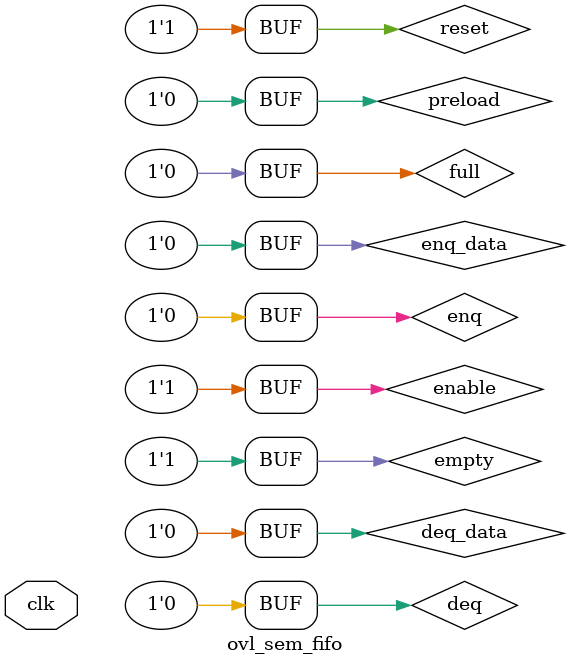
<source format=sv>
module ovl_sem_fifo(input logic clk);
  logic reset = 1'b1;
  logic enable = 1'b1;
  logic enq = 1'b0;
  logic deq = 1'b0;
`ifdef FAIL
  logic full = 1'bx;
`else
  logic full = 1'b0;
`endif
  logic empty = 1'b1;
  logic [0:0] enq_data = 1'b0;
  logic [0:0] deq_data = 1'b0;
  logic [0:0] preload = 1'b0;

  ovl_fifo #(
      .depth(2),
      .width(1),
      .value_check(0),
      .preload_count(0)) dut (
      .clock(clk),
      .reset(reset),
      .enable(enable),
      .enq(enq),
      .enq_data(enq_data),
      .deq(deq),
      .deq_data(deq_data),
      .full(full),
      .empty(empty),
      .preload(preload),
      .fire());
endmodule

</source>
